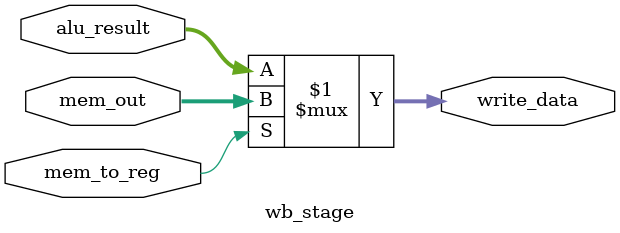
<source format=v>
module wb_stage(
    input [31:0] alu_result,
    input [31:0] mem_out,
    input mem_to_reg,
    output [31:0] write_data
);

assign write_data = mem_to_reg ? mem_out : alu_result;

endmodule

</source>
